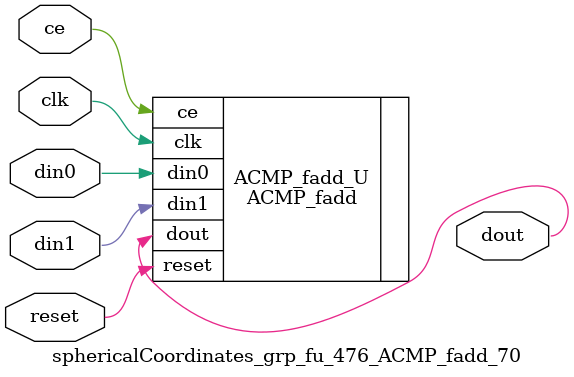
<source format=v>

`timescale 1 ns / 1 ps
module sphericalCoordinates_grp_fu_476_ACMP_fadd_70(
    clk,
    reset,
    ce,
    din0,
    din1,
    dout);

parameter ID = 32'd1;
parameter NUM_STAGE = 32'd1;
parameter din0_WIDTH = 32'd1;
parameter din1_WIDTH = 32'd1;
parameter dout_WIDTH = 32'd1;
input clk;
input reset;
input ce;
input[din0_WIDTH - 1:0] din0;
input[din1_WIDTH - 1:0] din1;
output[dout_WIDTH - 1:0] dout;



ACMP_fadd #(
.ID( ID ),
.NUM_STAGE( 4 ),
.din0_WIDTH( din0_WIDTH ),
.din1_WIDTH( din1_WIDTH ),
.dout_WIDTH( dout_WIDTH ))
ACMP_fadd_U(
    .clk( clk ),
    .reset( reset ),
    .ce( ce ),
    .din0( din0 ),
    .din1( din1 ),
    .dout( dout ));

endmodule

</source>
